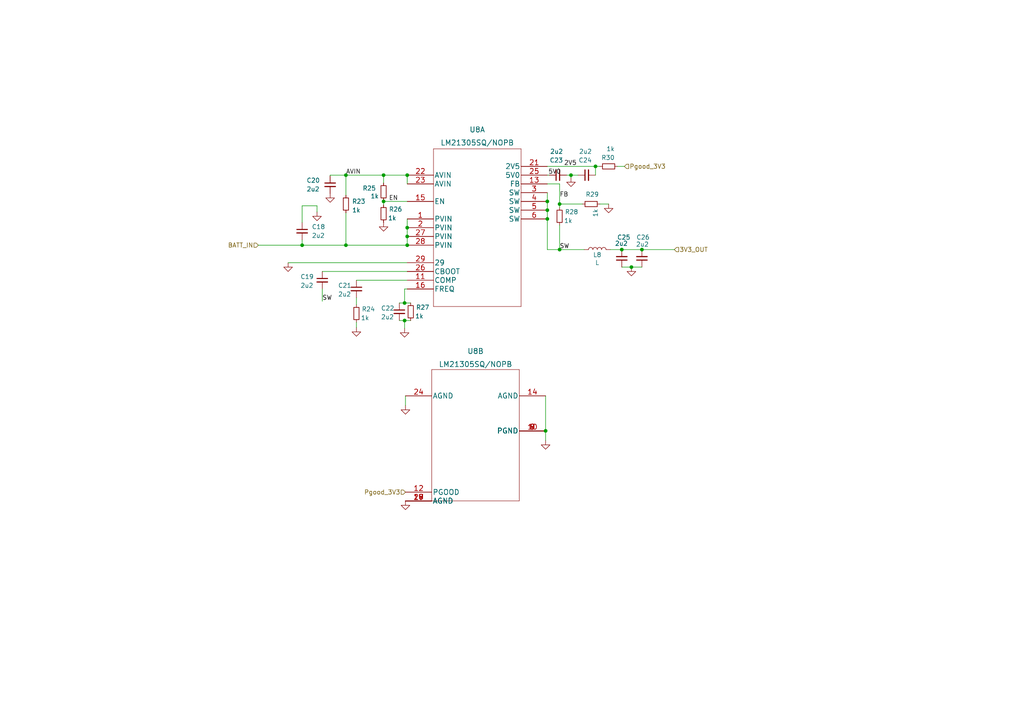
<source format=kicad_sch>
(kicad_sch (version 20231120) (generator "eeschema") (generator_version "8.0")
  (paper "A4")
  (title_block (date "V1") (company "TEAM ANANT") (comment 1 "BITS PILANI"))
  (lib_symbols
    (symbol "2023-03-29_16-01-02:LM21305SQ/NOPB" (pin_names (offset 0.254))
      (property "Reference" "U" (at 20.32 12.7 0))
      (property "Value" "LM21305SQ{slash}NOPB" (at 20.32 10.16 0))
      (symbol "LM21305SQ/NOPB_1_1"
        (polyline (pts (xy 7.62 -38.1) (xy 33.02 -38.1)) (stroke (width 0.127)))
        (polyline (pts (xy 7.62 7.62) (xy 7.62 -38.1)) (stroke (width 0.127)))
        (polyline (pts (xy 33.02 -38.1) (xy 33.02 7.62)) (stroke (width 0.127)))
        (polyline (pts (xy 33.02 7.62) (xy 7.62 7.62)) (stroke (width 0.127)))
        (pin input line (at 0 -12.7 0) (length 7.62) (name "PVIN") (number "1"))
        (pin unspecified line (at 0 -30.48 0) (length 7.62) (name "COMP") (number "11"))
        (pin output line (at 40.64 -2.54 180) (length 7.62) (name "FB") (number "13"))
        (pin input line (at 0 -7.62 0) (length 7.62) (name "EN") (number "15"))
        (pin unspecified line (at 0 -33.02 0) (length 7.62) (name "FREQ") (number "16"))
        (pin input line (at 0 -15.24 0) (length 7.62) (name "PVIN") (number "2"))
        (pin output line (at 40.64 2.54 180) (length 7.62) (name "2V5") (number "21"))
        (pin input line (at 0 0 0) (length 7.62) (name "AVIN") (number "22"))
        (pin input line (at 0 -2.54 0) (length 7.62) (name "AVIN") (number "23"))
        (pin output line (at 40.64 0 180) (length 7.62) (name "5V0") (number "25"))
        (pin unspecified line (at 0 -27.94 0) (length 7.62) (name "CBOOT") (number "26"))
        (pin input line (at 0 -17.78 0) (length 7.62) (name "PVIN") (number "27"))
        (pin input line (at 0 -20.32 0) (length 7.62) (name "PVIN") (number "28"))
        (pin unspecified line (at 0 -25.4 0) (length 7.62) (name "29") (number "29"))
        (pin output line (at 40.64 -5.08 180) (length 7.62) (name "SW") (number "3"))
        (pin output line (at 40.64 -7.62 180) (length 7.62) (name "SW") (number "4"))
        (pin output line (at 40.64 -10.16 180) (length 7.62) (name "SW") (number "5"))
        (pin output line (at 40.64 -12.7 180) (length 7.62) (name "SW") (number "6"))
      )
      (symbol "LM21305SQ/NOPB_2_1"
        (polyline (pts (xy 7.62 -33.02) (xy 33.02 -33.02)) (stroke (width 0.127)))
        (polyline (pts (xy 7.62 5.08) (xy 7.62 -33.02)) (stroke (width 0.127)))
        (polyline (pts (xy 33.02 -33.02) (xy 33.02 5.08)) (stroke (width 0.127)))
        (polyline (pts (xy 33.02 5.08) (xy 7.62 5.08)) (stroke (width 0.127)))
        (pin power_in line (at 40.64 -12.7 180) (length 7.62) (name "PGND") (number "10"))
        (pin output line (at 0 -30.48 0) (length 7.62) (name "PGOOD") (number "12"))
        (pin power_in line (at 40.64 -2.54 180) (length 7.62) (name "AGND") (number "14"))
        (pin power_in line (at 0 -33.02 0) (length 7.62) (name "AGND") (number "17"))
        (pin power_in line (at 0 -33.02 0) (length 7.62) (name "AGND") (number "18"))
        (pin power_in line (at 0 -33.02 0) (length 7.62) (name "AGND") (number "19"))
        (pin power_in line (at 0 -33.02 0) (length 7.62) (name "AGND") (number "20"))
        (pin power_in line (at 0 -2.54 0) (length 7.62) (name "AGND") (number "24"))
        (pin power_in line (at 40.64 -12.7 180) (length 7.62) (name "PGND") (number "7"))
        (pin power_in line (at 40.64 -12.7 180) (length 7.62) (name "PGND") (number "8"))
        (pin power_in line (at 40.64 -12.7 180) (length 7.62) (name "PGND") (number "9"))
      )
    )
    (symbol "Device:C_Small" (pin_numbers hide) (pin_names (offset 0.254) hide)
      (property "Reference" "C" (at 0.254 1.778 0))
      (property "Value" "C_Small" (at 0.254 -2.032 0))
      (symbol "C_Small_0_1"
        (polyline (pts (xy -1.524 -0.508) (xy 1.524 -0.508)) (stroke (width 0.3302)))
        (polyline (pts (xy -1.524 0.508) (xy 1.524 0.508)) (stroke (width 0.3048)))
      )
      (symbol "C_Small_1_1"
        (pin passive line (at 0 2.54 270) (length 2.032) (name "~") (number "1"))
        (pin passive line (at 0 -2.54 90) (length 2.032) (name "~") (number "2"))
      )
    )
    (symbol "Device:L" (pin_numbers hide) (pin_names (offset 1.016) hide)
      (property "Reference" "L" (at -1.27 0 90))
      (property "Value" "L" (at 1.905 0 90))
      (symbol "L_0_1"
        (arc (start 0 -2.54) (mid 0.6323 -1.905) (end 0 -1.27))
        (arc (start 0 -1.27) (mid 0.6323 -0.635) (end 0 0))
        (arc (start 0 0) (mid 0.6323 0.635) (end 0 1.27))
        (arc (start 0 1.27) (mid 0.6323 1.905) (end 0 2.54))
      )
      (symbol "L_1_1"
        (pin passive line (at 0 3.81 270) (length 1.27) (name "1") (number "1"))
        (pin passive line (at 0 -3.81 90) (length 1.27) (name "2") (number "2"))
      )
    )
    (symbol "Device:R_Small" (pin_numbers hide) (pin_names (offset 0.254) hide)
      (property "Reference" "R" (at 0.762 0.508 0))
      (property "Value" "R_Small" (at 0.762 -1.016 0))
      (symbol "R_Small_0_1"
        (rectangle (start -0.762 1.778) (end 0.762 -1.778) (stroke (width 0.2032)))
      )
      (symbol "R_Small_1_1"
        (pin passive line (at 0 2.54 270) (length 0.762) (name "~") (number "1"))
        (pin passive line (at 0 -2.54 90) (length 0.762) (name "~") (number "2"))
      )
    )
    (symbol "power:GND" (power) (pin_names (offset 0))
      (property "Value" "GND" (at 0 -3.81 0))
      (symbol "GND_0_1"
        (polyline (pts (xy 0 0) (xy 0 -1.27) (xy 1.27 -1.27) (xy 0 -2.54) (xy -1.27 -1.27) (xy 0 -1.27)))
      )
      (symbol "GND_1_1"
        (pin power_in line (at 0 0 270) (length 0) hide (name "GND") (number "1"))
      )
    )
  )
  (junction (at 117.348 87.884))
  (junction (at 162.306 72.39))
  (junction (at 118.11 66.04))
  (junction (at 165.608 50.8))
  (junction (at 100.33 50.8))
  (junction (at 118.11 50.8))
  (junction (at 117.348 92.964))
  (junction (at 162.306 59.182))
  (junction (at 111.252 58.42))
  (junction (at 158.75 60.96))
  (junction (at 118.11 71.12))
  (junction (at 180.34 72.39))
  (junction (at 118.11 68.58))
  (junction (at 172.72 48.26))
  (junction (at 158.75 58.42))
  (junction (at 183.134 77.47))
  (junction (at 186.182 72.39))
  (junction (at 111.252 50.8))
  (junction (at 158.242 124.968))
  (junction (at 100.33 71.12))
  (junction (at 158.75 63.5))
  (junction (at 87.63 71.12))
  (wire (pts (xy 103.378 93.472) (xy 103.378 94.996)))
  (wire (pts (xy 158.75 48.26) (xy 172.72 48.26)))
  (wire (pts (xy 172.72 48.26) (xy 173.99 48.26)))
  (wire (pts (xy 164.338 50.8) (xy 165.608 50.8)))
  (wire (pts (xy 100.33 71.12) (xy 87.63 71.12)))
  (wire (pts (xy 162.306 53.34) (xy 162.306 59.182)))
  (wire (pts (xy 117.348 83.82) (xy 118.11 83.82)))
  (wire (pts (xy 103.378 81.28) (xy 118.11 81.28)))
  (wire (pts (xy 177.038 72.39) (xy 180.34 72.39)))
  (wire (pts (xy 74.93 71.12) (xy 87.63 71.12)))
  (wire (pts (xy 158.75 58.42) (xy 158.75 60.96)))
  (wire (pts (xy 117.348 92.964) (xy 117.348 95.25)))
  (wire (pts (xy 95.758 51.054) (xy 95.758 50.8)))
  (wire (pts (xy 180.34 72.39) (xy 186.182 72.39)))
  (wire (pts (xy 158.75 55.88) (xy 158.75 58.42)))
  (wire (pts (xy 83.566 76.2) (xy 118.11 76.2)))
  (wire (pts (xy 115.824 87.884) (xy 117.348 87.884)))
  (wire (pts (xy 118.11 63.5) (xy 118.11 66.04)))
  (wire (pts (xy 87.63 69.596) (xy 87.63 71.12)))
  (wire (pts (xy 158.242 124.968) (xy 158.242 127.762)))
  (wire (pts (xy 87.63 59.69) (xy 87.63 64.516)))
  (wire (pts (xy 186.182 72.39) (xy 195.58 72.39)))
  (wire (pts (xy 111.252 50.8) (xy 111.252 53.086)))
  (wire (pts (xy 118.11 50.8) (xy 118.11 53.34)))
  (wire (pts (xy 118.11 66.04) (xy 118.11 68.58)))
  (wire (pts (xy 91.948 59.69) (xy 87.63 59.69)))
  (wire (pts (xy 158.75 63.5) (xy 158.75 72.39)))
  (wire (pts (xy 117.348 83.82) (xy 117.348 87.884)))
  (wire (pts (xy 93.472 78.74) (xy 118.11 78.74)))
  (wire (pts (xy 172.72 48.26) (xy 172.72 50.8)))
  (wire (pts (xy 111.252 50.8) (xy 100.33 50.8)))
  (wire (pts (xy 183.134 77.47) (xy 186.182 77.47)))
  (wire (pts (xy 95.758 50.8) (xy 100.33 50.8)))
  (wire (pts (xy 115.824 92.964) (xy 117.348 92.964)))
  (wire (pts (xy 165.608 50.8) (xy 167.64 50.8)))
  (wire (pts (xy 103.378 86.36) (xy 103.378 88.392)))
  (wire (pts (xy 179.07 48.26) (xy 181.102 48.26)))
  (wire (pts (xy 165.608 50.8) (xy 165.608 51.562)))
  (wire (pts (xy 158.242 114.808) (xy 158.242 124.968)))
  (wire (pts (xy 117.348 92.964) (xy 119.126 92.964)))
  (wire (pts (xy 93.472 83.82) (xy 93.472 87.376)))
  (wire (pts (xy 159.258 50.8) (xy 158.75 50.8)))
  (wire (pts (xy 117.348 87.884) (xy 119.126 87.884)))
  (wire (pts (xy 100.33 61.722) (xy 100.33 71.12)))
  (wire (pts (xy 111.252 58.42) (xy 118.11 58.42)))
  (wire (pts (xy 162.306 72.39) (xy 158.75 72.39)))
  (wire (pts (xy 180.34 77.47) (xy 183.134 77.47)))
  (wire (pts (xy 158.75 53.34) (xy 162.306 53.34)))
  (wire (pts (xy 111.252 58.42) (xy 111.252 59.436)))
  (wire (pts (xy 100.33 50.8) (xy 100.33 56.642)))
  (wire (pts (xy 91.948 61.468) (xy 91.948 59.69)))
  (wire (pts (xy 118.11 50.8) (xy 111.252 50.8)))
  (wire (pts (xy 158.75 60.96) (xy 158.75 63.5)))
  (wire (pts (xy 169.418 72.39) (xy 162.306 72.39)))
  (wire (pts (xy 162.306 65.278) (xy 162.306 72.39)))
  (wire (pts (xy 117.602 114.808) (xy 117.602 117.602)))
  (wire (pts (xy 111.252 58.166) (xy 111.252 58.42)))
  (wire (pts (xy 118.11 68.58) (xy 118.11 71.12)))
  (wire (pts (xy 162.306 59.182) (xy 162.306 60.198)))
  (wire (pts (xy 162.306 59.182) (xy 168.91 59.182)))
  (wire (pts (xy 173.99 59.182) (xy 176.53 59.182)))
  (wire (pts (xy 118.11 71.12) (xy 100.33 71.12)))
  (label "5V0" (at 159.004 50.8 0))
  (label "SW" (at 93.472 87.376 0))
  (label "FB" (at 162.306 57.404 0))
  (label "2V5" (at 163.576 48.26 0))
  (label "AVIN" (at 100.33 50.8 0))
  (label "EN" (at 112.776 58.42 0))
  (label "SW" (at 162.306 72.39 0))
  (hierarchical_label "Pgood_3V3" (shape input) (at 117.602 142.748 180))
  (hierarchical_label "3V3_OUT" (shape input) (at 195.58 72.39 0))
  (hierarchical_label "Pgood_3V3" (shape input) (at 181.102 48.26 0))
  (hierarchical_label "BATT_IN" (shape input) (at 74.93 71.12 180))
  (symbol (lib_id "power:GND") (at 117.602 117.602 0) (unit 1)
    (property "Reference" "#PWR087" (effects (hide yes)))
    (property "Value" "GND" (effects (hide yes)))
  )
  (symbol (lib_id "Device:R_Small") (at 111.252 61.976 0) (unit 1)
    (property "Reference" "R26" (at 112.776 60.7059 0) (effects (justify left)))
    (property "Value" "1k" (at 112.522 63.246 0) (effects (justify left)))
    (property "Footprint" "Resistor_SMD:R_0603_1608Metric_Pad0.98x0.95mm_HandSolder" (effects (hide yes)))
  )
  (symbol (lib_id "power:GND") (at 111.252 64.516 0) (unit 1)
    (property "Reference" "#PWR085" (effects (hide yes)))
    (property "Value" "GND" (effects (hide yes)))
  )
  (symbol (lib_id "power:GND") (at 176.53 59.182 0) (unit 1)
    (property "Reference" "#PWR091" (effects (hide yes)))
    (property "Value" "GND" (effects (hide yes)))
  )
  (symbol (lib_id "power:GND") (at 158.242 127.762 0) (unit 1)
    (property "Reference" "#PWR089" (effects (hide yes)))
    (property "Value" "GND" (effects (hide yes)))
  )
  (symbol (lib_id "Device:C_Small") (at 170.18 50.8 90) (unit 1)
    (property "Reference" "C24" (at 171.704 46.482 90) (effects (justify left)))
    (property "Value" "2u2" (at 171.704 43.942 90) (effects (justify left)))
    (property "Footprint" "Capacitor_SMD:C_0603_1608Metric_Pad1.08x0.95mm_HandSolder" (effects (hide yes)))
  )
  (symbol (lib_id "Device:C_Small") (at 93.472 81.28 0) (unit 1)
    (property "Reference" "C19" (at 87.122 80.264 0) (effects (justify left)))
    (property "Value" "2u2" (at 87.122 82.804 0) (effects (justify left)))
    (property "Footprint" "Capacitor_SMD:C_0603_1608Metric_Pad1.08x0.95mm_HandSolder" (effects (hide yes)))
  )
  (symbol (lib_id "Device:R_Small") (at 176.53 48.26 90) (unit 1)
    (property "Reference" "R30" (at 178.308 45.72 90) (effects (justify left)))
    (property "Value" "1k" (at 178.308 43.18 90) (effects (justify left)))
    (property "Footprint" "Resistor_SMD:R_0603_1608Metric_Pad0.98x0.95mm_HandSolder" (effects (hide yes)))
  )
  (symbol (lib_id "Device:R_Small") (at 171.45 59.182 90) (unit 1)
    (property "Reference" "R29" (at 173.736 56.388 90) (effects (justify left)))
    (property "Value" "1k" (at 172.7201 62.992 0) (effects (justify left)))
    (property "Footprint" "Resistor_SMD:R_0603_1608Metric_Pad0.98x0.95mm_HandSolder" (effects (hide yes)))
  )
  (symbol (lib_id "power:GND") (at 165.608 51.562 0) (unit 1)
    (property "Reference" "#PWR090" (effects (hide yes)))
    (property "Value" "GND" (effects (hide yes)))
  )
  (symbol (lib_id "Device:C_Small") (at 180.34 74.93 180) (unit 1)
    (property "Reference" "C25" (at 182.88 68.834 0) (effects (justify left)))
    (property "Value" "2u2" (at 182.118 70.612 0) (effects (justify left)))
    (property "Footprint" "Capacitor_SMD:C_0603_1608Metric_Pad1.08x0.95mm_HandSolder" (effects (hide yes)))
  )
  (symbol (lib_id "Device:C_Small") (at 87.63 67.056 0) (unit 1)
    (property "Reference" "C18" (at 90.424 65.786 0) (effects (justify left)))
    (property "Value" "2u2" (at 90.424 68.326 0) (effects (justify left)))
    (property "Footprint" "Capacitor_Tantalum_SMD:CP_EIA-7343-43_Kemet-X_Pad2.25x2.55mm_HandSolder" (effects (hide yes)))
  )
  (symbol (lib_id "Device:R_Small") (at 111.252 55.626 0) (unit 1)
    (property "Reference" "R25" (at 105.156 54.61 0) (effects (justify left)))
    (property "Value" "1k" (at 107.442 56.8961 0) (effects (justify left)))
    (property "Footprint" "Resistor_SMD:R_0603_1608Metric_Pad0.98x0.95mm_HandSolder" (effects (hide yes)))
  )
  (symbol (lib_id "Device:R_Small") (at 119.126 90.424 0) (unit 1)
    (property "Reference" "R27" (at 120.65 89.1539 0) (effects (justify left)))
    (property "Value" "1k" (at 120.396 91.694 0) (effects (justify left)))
    (property "Footprint" "Resistor_SMD:R_0603_1608Metric_Pad0.98x0.95mm_HandSolder" (effects (hide yes)))
  )
  (symbol (lib_id "power:GND") (at 103.378 94.996 0) (unit 1)
    (property "Reference" "#PWR084" (effects (hide yes)))
    (property "Value" "GND" (effects (hide yes)))
  )
  (symbol (lib_id "power:GND") (at 91.948 61.468 0) (unit 1)
    (property "Reference" "#PWR082" (effects (hide yes)))
    (property "Value" "GND" (effects (hide yes)))
  )
  (symbol (lib_id "power:GND") (at 117.602 145.288 0) (unit 1)
    (property "Reference" "#PWR088" (effects (hide yes)))
    (property "Value" "GND" (effects (hide yes)))
  )
  (symbol (lib_id "Device:L") (at 173.228 72.39 90) (unit 1)
    (property "Reference" "L8" (at 173.228 73.914 90))
    (property "Value" "L" (at 173.228 76.2 90))
    (property "Footprint" "Inductor_SMD:L_6.3x6.3_H3" (effects (hide yes)))
  )
  (symbol (lib_id "Device:C_Small") (at 161.798 50.8 90) (unit 1)
    (property "Reference" "C23" (at 163.322 46.482 90) (effects (justify left)))
    (property "Value" "2u2" (at 163.322 43.942 90) (effects (justify left)))
    (property "Footprint" "Capacitor_SMD:C_0603_1608Metric_Pad1.08x0.95mm_HandSolder" (effects (hide yes)))
  )
  (symbol (lib_id "2023-03-29_16-01-02:LM21305SQ/NOPB") (at 117.602 112.268 0) (unit 2)
    (property "Reference" "U8" (at 137.922 101.854 0) (effects (font (size 1.524 1.524))))
    (property "Value" "LM21305SQ/NOPB" (at 137.922 105.664 0) (effects (font (size 1.524 1.524))))
    (property "Footprint" "footprintLM21305:LM21305SQ&slash_NOPB" (effects (hide yes)))
  )
  (symbol (lib_id "power:GND") (at 183.134 77.47 0) (unit 1)
    (property "Reference" "#PWR092" (effects (hide yes)))
    (property "Value" "GND" (effects (hide yes)))
  )
  (symbol (lib_id "power:GND") (at 95.758 56.134 0) (unit 1)
    (property "Reference" "#PWR083" (effects (hide yes)))
    (property "Value" "GND" (effects (hide yes)))
  )
  (symbol (lib_id "power:GND") (at 117.348 95.25 0) (unit 1)
    (property "Reference" "#PWR086" (effects (hide yes)))
    (property "Value" "GND" (effects (hide yes)))
  )
  (symbol (lib_id "Device:C_Small") (at 95.758 53.594 0) (unit 1)
    (property "Reference" "C20" (at 88.9 52.324 0) (effects (justify left)))
    (property "Value" "2u2" (at 88.9 54.864 0) (effects (justify left)))
    (property "Footprint" "Capacitor_SMD:C_0603_1608Metric_Pad1.08x0.95mm_HandSolder" (effects (hide yes)))
  )
  (symbol (lib_id "Device:R_Small") (at 162.306 62.738 0) (unit 1)
    (property "Reference" "R28" (at 163.83 61.4679 0) (effects (justify left)))
    (property "Value" "1k" (at 163.576 64.008 0) (effects (justify left)))
    (property "Footprint" "Resistor_SMD:R_0603_1608Metric_Pad0.98x0.95mm_HandSolder" (effects (hide yes)))
  )
  (symbol (lib_id "Device:R_Small") (at 103.378 90.932 0) (unit 1)
    (property "Reference" "R24" (at 104.902 89.6619 0) (effects (justify left)))
    (property "Value" "1k" (at 104.648 92.202 0) (effects (justify left)))
    (property "Footprint" "Resistor_SMD:R_0603_1608Metric_Pad0.98x0.95mm_HandSolder" (effects (hide yes)))
  )
  (symbol (lib_id "Device:C_Small") (at 103.378 83.82 0) (unit 1)
    (property "Reference" "C21" (at 98.044 82.804 0) (effects (justify left)))
    (property "Value" "2u2" (at 98.044 85.344 0) (effects (justify left)))
    (property "Footprint" "Capacitor_SMD:C_0603_1608Metric_Pad1.08x0.95mm_HandSolder" (effects (hide yes)))
  )
  (symbol (lib_id "power:GND") (at 83.566 76.2 0) (unit 1)
    (property "Reference" "#PWR081" (effects (hide yes)))
    (property "Value" "GND" (effects (hide yes)))
  )
  (symbol (lib_id "2023-03-29_16-01-02:LM21305SQ/NOPB") (at 118.11 50.8 0) (unit 1)
    (property "Reference" "U8" (at 138.43 37.592 0) (effects (font (size 1.524 1.524))))
    (property "Value" "LM21305SQ/NOPB" (at 138.43 41.402 0) (effects (font (size 1.524 1.524))))
    (property "Footprint" "footprintLM21305:LM21305SQ&slash_NOPB" (effects (hide yes)))
  )
  (symbol (lib_id "Device:C_Small") (at 186.182 74.93 180) (unit 1)
    (property "Reference" "C26" (at 188.468 68.834 0) (effects (justify left)))
    (property "Value" "2u2" (at 188.214 70.866 0) (effects (justify left)))
    (property "Footprint" "Capacitor_SMD:C_0603_1608Metric_Pad1.08x0.95mm_HandSolder" (effects (hide yes)))
  )
  (symbol (lib_id "Device:R_Small") (at 100.33 59.182 0) (unit 1)
    (property "Reference" "R23" (at 102.108 58.42 0) (effects (justify left)))
    (property "Value" "1k" (at 102.108 60.96 0) (effects (justify left)))
    (property "Footprint" "Resistor_SMD:R_0603_1608Metric_Pad0.98x0.95mm_HandSolder" (effects (hide yes)))
  )
  (symbol (lib_id "Device:C_Small") (at 115.824 90.424 0) (unit 1)
    (property "Reference" "C22" (at 110.49 89.408 0) (effects (justify left)))
    (property "Value" "2u2" (at 110.49 91.948 0) (effects (justify left)))
    (property "Footprint" "Capacitor_SMD:C_0603_1608Metric_Pad1.08x0.95mm_HandSolder" (effects (hide yes)))
  )
)
</source>
